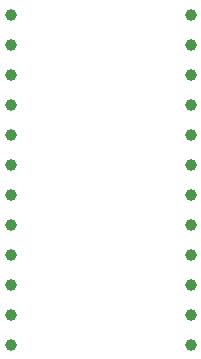
<source format=gbr>
%TF.GenerationSoftware,KiCad,Pcbnew,5.1.5+dfsg1-2~bpo10+1*%
%TF.CreationDate,Date%
%TF.ProjectId,ProMicro_TEST,50726f4d-6963-4726-9f5f-544553542e6b,v1.0*%
%TF.SameCoordinates,Original*%
%TF.FileFunction,Plated,1,2,PTH,Drill*%
%TF.FilePolarity,Positive*%
%FSLAX46Y46*%
G04 Gerber Fmt 4.6, Leading zero omitted, Abs format (unit mm)*
G04 Created by KiCad*
%MOMM*%
%LPD*%
G04 APERTURE LIST*
%TA.AperFunction,ComponentDrill*%
%ADD10C,1.000000*%
%TD*%
G04 APERTURE END LIST*
D10*
%TO.C,A1*%
X-15240000Y27940000D03*
X-15240000Y25400000D03*
X-15240000Y22860000D03*
X-15240000Y20320000D03*
X-15240000Y17780000D03*
X-15240000Y15240000D03*
X-15240000Y12700000D03*
X-15240000Y10160000D03*
X-15240000Y7620000D03*
X-15240000Y5080000D03*
X-15240000Y2540000D03*
X-15240000Y0D03*
X0Y27940000D03*
X0Y25400000D03*
X0Y22860000D03*
X0Y20320000D03*
X0Y17780000D03*
X0Y15240000D03*
X0Y12700000D03*
X0Y10160000D03*
X0Y7620000D03*
X0Y5080000D03*
X0Y2540000D03*
X0Y0D03*
M02*

</source>
